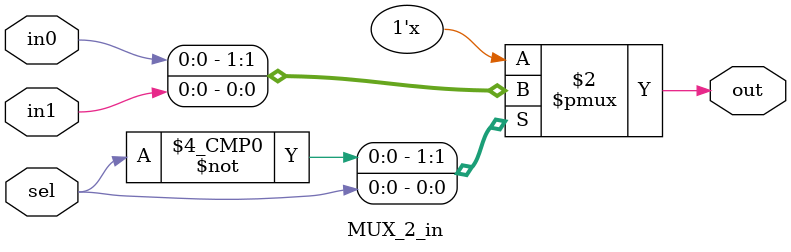
<source format=v>
module MUX_2_in (
    input in0, in1, sel,
    output reg out
);
    always @(*) begin
        case (sel)
            1'b0: out = in0;
            1'b1: out = in1;
            default: out = 1'b0;
        endcase
    end
endmodule


</source>
